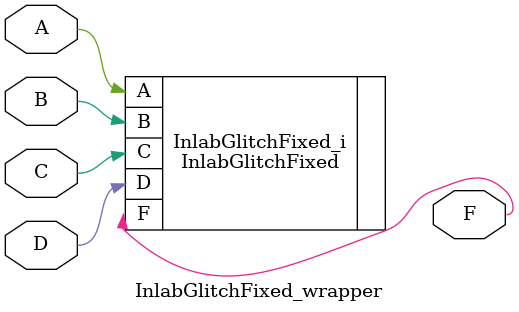
<source format=v>
`timescale 1 ps / 1 ps

module InlabGlitchFixed_wrapper
   (A,
    B,
    C,
    D,
    F);
  input A;
  input B;
  input C;
  input D;
  output F;

  wire A;
  wire B;
  wire C;
  wire D;
  wire F;

  InlabGlitchFixed InlabGlitchFixed_i
       (.A(A),
        .B(B),
        .C(C),
        .D(D),
        .F(F));
endmodule

</source>
